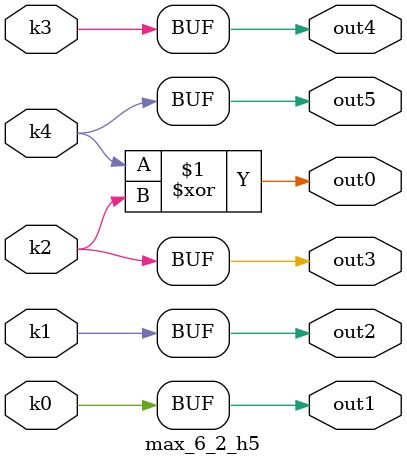
<source format=v>
module max_6_2(pi00, pi01, pi02, pi03, pi04, pi05, pi06, pi07, pi08, pi09, po0, po1, po2, po3, po4, po5);
input pi00, pi01, pi02, pi03, pi04, pi05, pi06, pi07, pi08, pi09;
output po0, po1, po2, po3, po4, po5;
wire k0, k1, k2, k3, k4;
max_6_2_w5 DUT1 (pi00, pi01, pi02, pi03, pi04, pi05, pi06, pi07, pi08, pi09, k0, k1, k2, k3, k4);
max_6_2_h5 DUT2 (k0, k1, k2, k3, k4, po0, po1, po2, po3, po4, po5);
endmodule

module max_6_2_w5(in9, in8, in7, in6, in5, in4, in3, in2, in1, in0, k4, k3, k2, k1, k0);
input in9, in8, in7, in6, in5, in4, in3, in2, in1, in0;
output k4, k3, k2, k1, k0;
assign k0 =   in0 ? ~in7 : ~in3;
assign k1 =   in0 ? ~in8 : ~in4;
assign k2 =   ~in0 & in5;
assign k3 =   in9 & in0;
assign k4 =   (((~in9 & (~in1 | in5)) | (~in1 & in5)) & (~in6 | in2) & (~in7 | in3) & (~in8 | in4)) | ((~in6 | in2) & ((~in8 & in4 & (~in7 | in3)) | (~in7 & in3))) | (~in6 & in2);
endmodule

module max_6_2_h5(k4, k3, k2, k1, k0, out5, out4, out3, out2, out1, out0);
input k4, k3, k2, k1, k0;
output out5, out4, out3, out2, out1, out0;
assign out0 = k4 ^ k2;
assign out1 = k0;
assign out2 = k1;
assign out3 = k2;
assign out4 = k3;
assign out5 = k4;
endmodule

</source>
